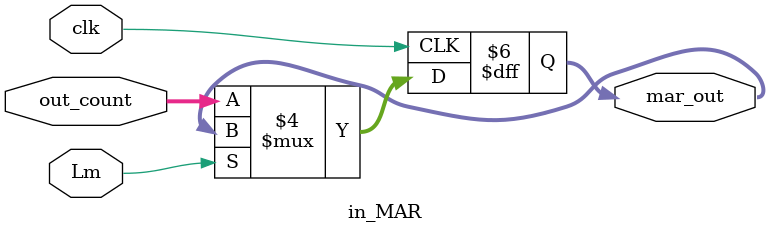
<source format=v>
`timescale 1ns/1ns
module in_MAR(mar_out,out_count,clk,Lm);
output reg[3:0]mar_out;
input [3:0]out_count;
input clk,Lm;
reg [3:0]temp;

always @(posedge clk)
begin
 if(!Lm)
  mar_out = out_count;
 else
   mar_out = mar_out;
 end
endmodule
       
</source>
